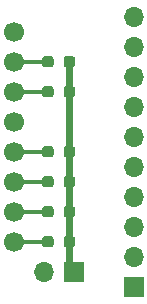
<source format=gbr>
%TF.GenerationSoftware,KiCad,Pcbnew,(5.1.10)-1*%
%TF.CreationDate,2021-10-05T20:05:55+09:00*%
%TF.ProjectId,mr8-gender-changer,6d72382d-6765-46e6-9465-722d6368616e,1*%
%TF.SameCoordinates,Original*%
%TF.FileFunction,Copper,L1,Top*%
%TF.FilePolarity,Positive*%
%FSLAX46Y46*%
G04 Gerber Fmt 4.6, Leading zero omitted, Abs format (unit mm)*
G04 Created by KiCad (PCBNEW (5.1.10)-1) date 2021-10-05 20:05:55*
%MOMM*%
%LPD*%
G01*
G04 APERTURE LIST*
%TA.AperFunction,ComponentPad*%
%ADD10C,1.700000*%
%TD*%
%TA.AperFunction,ComponentPad*%
%ADD11O,1.700000X1.700000*%
%TD*%
%TA.AperFunction,ComponentPad*%
%ADD12R,1.700000X1.700000*%
%TD*%
%TA.AperFunction,Conductor*%
%ADD13C,0.300000*%
%TD*%
%TA.AperFunction,Conductor*%
%ADD14C,0.600000*%
%TD*%
G04 APERTURE END LIST*
D10*
%TO.P,J3,8*%
%TO.N,/PWM_H*%
X153670000Y-101870000D03*
%TO.P,J3,7*%
%TO.N,/PWM_G*%
X153670000Y-99330000D03*
%TO.P,J3,6*%
%TO.N,/PWM_F*%
X153670000Y-96790000D03*
%TO.P,J3,5*%
%TO.N,/PWM_E*%
X153670000Y-94250000D03*
%TO.P,J3,4*%
%TO.N,/PWM_D*%
X153670000Y-91710000D03*
%TO.P,J3,3*%
%TO.N,/PWM_C*%
X153670000Y-89170000D03*
%TO.P,J3,2*%
%TO.N,/PWM_B*%
X153670000Y-86630000D03*
%TO.P,J3,1*%
%TO.N,/PWM_A*%
X153670000Y-84090000D03*
%TD*%
D11*
%TO.P,J2,2*%
%TO.N,+V_VEH*%
X156210000Y-104410000D03*
D12*
%TO.P,J2,1*%
%TO.N,GND*%
X158750000Y-104410000D03*
%TD*%
%TO.P,R6,1*%
%TO.N,/PWM_H*%
%TA.AperFunction,SMDPad,CuDef*%
G36*
G01*
X156080000Y-102107500D02*
X156080000Y-101632500D01*
G75*
G02*
X156317500Y-101395000I237500J0D01*
G01*
X156817500Y-101395000D01*
G75*
G02*
X157055000Y-101632500I0J-237500D01*
G01*
X157055000Y-102107500D01*
G75*
G02*
X156817500Y-102345000I-237500J0D01*
G01*
X156317500Y-102345000D01*
G75*
G02*
X156080000Y-102107500I0J237500D01*
G01*
G37*
%TD.AperFunction*%
%TO.P,R6,2*%
%TO.N,GND*%
%TA.AperFunction,SMDPad,CuDef*%
G36*
G01*
X157905000Y-102107500D02*
X157905000Y-101632500D01*
G75*
G02*
X158142500Y-101395000I237500J0D01*
G01*
X158642500Y-101395000D01*
G75*
G02*
X158880000Y-101632500I0J-237500D01*
G01*
X158880000Y-102107500D01*
G75*
G02*
X158642500Y-102345000I-237500J0D01*
G01*
X158142500Y-102345000D01*
G75*
G02*
X157905000Y-102107500I0J237500D01*
G01*
G37*
%TD.AperFunction*%
%TD*%
%TO.P,R5,2*%
%TO.N,GND*%
%TA.AperFunction,SMDPad,CuDef*%
G36*
G01*
X157905000Y-99567500D02*
X157905000Y-99092500D01*
G75*
G02*
X158142500Y-98855000I237500J0D01*
G01*
X158642500Y-98855000D01*
G75*
G02*
X158880000Y-99092500I0J-237500D01*
G01*
X158880000Y-99567500D01*
G75*
G02*
X158642500Y-99805000I-237500J0D01*
G01*
X158142500Y-99805000D01*
G75*
G02*
X157905000Y-99567500I0J237500D01*
G01*
G37*
%TD.AperFunction*%
%TO.P,R5,1*%
%TO.N,/PWM_G*%
%TA.AperFunction,SMDPad,CuDef*%
G36*
G01*
X156080000Y-99567500D02*
X156080000Y-99092500D01*
G75*
G02*
X156317500Y-98855000I237500J0D01*
G01*
X156817500Y-98855000D01*
G75*
G02*
X157055000Y-99092500I0J-237500D01*
G01*
X157055000Y-99567500D01*
G75*
G02*
X156817500Y-99805000I-237500J0D01*
G01*
X156317500Y-99805000D01*
G75*
G02*
X156080000Y-99567500I0J237500D01*
G01*
G37*
%TD.AperFunction*%
%TD*%
%TO.P,R4,2*%
%TO.N,GND*%
%TA.AperFunction,SMDPad,CuDef*%
G36*
G01*
X157905000Y-97027500D02*
X157905000Y-96552500D01*
G75*
G02*
X158142500Y-96315000I237500J0D01*
G01*
X158642500Y-96315000D01*
G75*
G02*
X158880000Y-96552500I0J-237500D01*
G01*
X158880000Y-97027500D01*
G75*
G02*
X158642500Y-97265000I-237500J0D01*
G01*
X158142500Y-97265000D01*
G75*
G02*
X157905000Y-97027500I0J237500D01*
G01*
G37*
%TD.AperFunction*%
%TO.P,R4,1*%
%TO.N,/PWM_F*%
%TA.AperFunction,SMDPad,CuDef*%
G36*
G01*
X156080000Y-97027500D02*
X156080000Y-96552500D01*
G75*
G02*
X156317500Y-96315000I237500J0D01*
G01*
X156817500Y-96315000D01*
G75*
G02*
X157055000Y-96552500I0J-237500D01*
G01*
X157055000Y-97027500D01*
G75*
G02*
X156817500Y-97265000I-237500J0D01*
G01*
X156317500Y-97265000D01*
G75*
G02*
X156080000Y-97027500I0J237500D01*
G01*
G37*
%TD.AperFunction*%
%TD*%
%TO.P,R3,2*%
%TO.N,GND*%
%TA.AperFunction,SMDPad,CuDef*%
G36*
G01*
X157905000Y-94487500D02*
X157905000Y-94012500D01*
G75*
G02*
X158142500Y-93775000I237500J0D01*
G01*
X158642500Y-93775000D01*
G75*
G02*
X158880000Y-94012500I0J-237500D01*
G01*
X158880000Y-94487500D01*
G75*
G02*
X158642500Y-94725000I-237500J0D01*
G01*
X158142500Y-94725000D01*
G75*
G02*
X157905000Y-94487500I0J237500D01*
G01*
G37*
%TD.AperFunction*%
%TO.P,R3,1*%
%TO.N,/PWM_E*%
%TA.AperFunction,SMDPad,CuDef*%
G36*
G01*
X156080000Y-94487500D02*
X156080000Y-94012500D01*
G75*
G02*
X156317500Y-93775000I237500J0D01*
G01*
X156817500Y-93775000D01*
G75*
G02*
X157055000Y-94012500I0J-237500D01*
G01*
X157055000Y-94487500D01*
G75*
G02*
X156817500Y-94725000I-237500J0D01*
G01*
X156317500Y-94725000D01*
G75*
G02*
X156080000Y-94487500I0J237500D01*
G01*
G37*
%TD.AperFunction*%
%TD*%
%TO.P,R2,2*%
%TO.N,GND*%
%TA.AperFunction,SMDPad,CuDef*%
G36*
G01*
X157905000Y-89407500D02*
X157905000Y-88932500D01*
G75*
G02*
X158142500Y-88695000I237500J0D01*
G01*
X158642500Y-88695000D01*
G75*
G02*
X158880000Y-88932500I0J-237500D01*
G01*
X158880000Y-89407500D01*
G75*
G02*
X158642500Y-89645000I-237500J0D01*
G01*
X158142500Y-89645000D01*
G75*
G02*
X157905000Y-89407500I0J237500D01*
G01*
G37*
%TD.AperFunction*%
%TO.P,R2,1*%
%TO.N,/PWM_C*%
%TA.AperFunction,SMDPad,CuDef*%
G36*
G01*
X156080000Y-89407500D02*
X156080000Y-88932500D01*
G75*
G02*
X156317500Y-88695000I237500J0D01*
G01*
X156817500Y-88695000D01*
G75*
G02*
X157055000Y-88932500I0J-237500D01*
G01*
X157055000Y-89407500D01*
G75*
G02*
X156817500Y-89645000I-237500J0D01*
G01*
X156317500Y-89645000D01*
G75*
G02*
X156080000Y-89407500I0J237500D01*
G01*
G37*
%TD.AperFunction*%
%TD*%
%TO.P,R1,2*%
%TO.N,GND*%
%TA.AperFunction,SMDPad,CuDef*%
G36*
G01*
X157905000Y-86867500D02*
X157905000Y-86392500D01*
G75*
G02*
X158142500Y-86155000I237500J0D01*
G01*
X158642500Y-86155000D01*
G75*
G02*
X158880000Y-86392500I0J-237500D01*
G01*
X158880000Y-86867500D01*
G75*
G02*
X158642500Y-87105000I-237500J0D01*
G01*
X158142500Y-87105000D01*
G75*
G02*
X157905000Y-86867500I0J237500D01*
G01*
G37*
%TD.AperFunction*%
%TO.P,R1,1*%
%TO.N,/PWM_B*%
%TA.AperFunction,SMDPad,CuDef*%
G36*
G01*
X156080000Y-86867500D02*
X156080000Y-86392500D01*
G75*
G02*
X156317500Y-86155000I237500J0D01*
G01*
X156817500Y-86155000D01*
G75*
G02*
X157055000Y-86392500I0J-237500D01*
G01*
X157055000Y-86867500D01*
G75*
G02*
X156817500Y-87105000I-237500J0D01*
G01*
X156317500Y-87105000D01*
G75*
G02*
X156080000Y-86867500I0J237500D01*
G01*
G37*
%TD.AperFunction*%
%TD*%
D11*
%TO.P,J1,10*%
%TO.N,/PWM_A*%
X163830000Y-82820000D03*
%TO.P,J1,9*%
%TO.N,/PWM_B*%
X163830000Y-85360000D03*
%TO.P,J1,8*%
%TO.N,/PWM_C*%
X163830000Y-87900000D03*
%TO.P,J1,7*%
%TO.N,/PWM_D*%
X163830000Y-90440000D03*
%TO.P,J1,6*%
%TO.N,/PWM_E*%
X163830000Y-92980000D03*
%TO.P,J1,5*%
%TO.N,/PWM_F*%
X163830000Y-95520000D03*
%TO.P,J1,4*%
%TO.N,/PWM_G*%
X163830000Y-98060000D03*
%TO.P,J1,3*%
%TO.N,/PWM_H*%
X163830000Y-100600000D03*
%TO.P,J1,2*%
%TO.N,+V_VEH*%
X163830000Y-103140000D03*
D12*
%TO.P,J1,1*%
%TO.N,GND*%
X163830000Y-105680000D03*
%TD*%
D13*
%TO.N,/PWM_B*%
X153670000Y-86630000D02*
X156567500Y-86630000D01*
%TO.N,/PWM_C*%
X153670000Y-89170000D02*
X156567500Y-89170000D01*
%TO.N,/PWM_E*%
X153670000Y-94250000D02*
X156567500Y-94250000D01*
%TO.N,/PWM_F*%
X153670000Y-96790000D02*
X156567500Y-96790000D01*
%TO.N,/PWM_G*%
X153670000Y-99330000D02*
X156567500Y-99330000D01*
%TO.N,/PWM_H*%
X153670000Y-101870000D02*
X156567500Y-101870000D01*
D14*
%TO.N,GND*%
X158392500Y-104052500D02*
X158750000Y-104410000D01*
X158392500Y-101870000D02*
X158392500Y-104052500D01*
X158392500Y-101870000D02*
X158392500Y-99330000D01*
X158392500Y-99330000D02*
X158392500Y-96790000D01*
X158392500Y-96790000D02*
X158392500Y-94250000D01*
X158392500Y-94250000D02*
X158392500Y-89170000D01*
X158392500Y-89170000D02*
X158392500Y-86630000D01*
%TD*%
M02*

</source>
